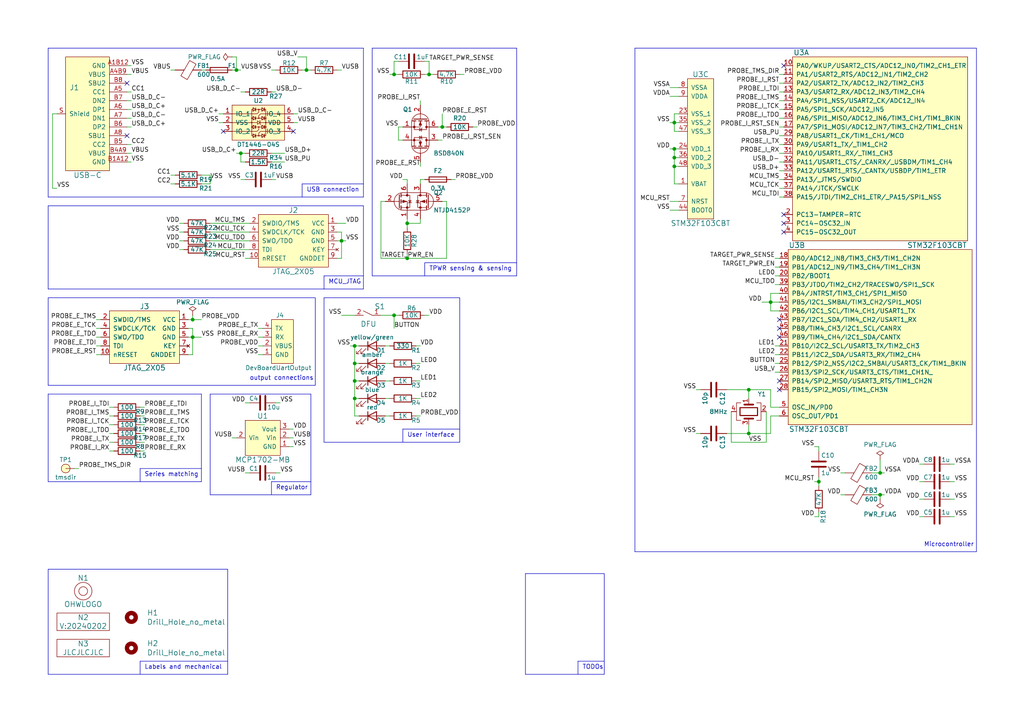
<source format=kicad_sch>
(kicad_sch (version 20230121) (generator eeschema)
  (paper "A4")
  (junction (at 55.88 97.79))
  (junction (at 195.58 43.18))
  (junction (at 128.27 36.83))
  (junction (at 102.87 115.57))
  (junction (at 124.46 21.59))
  (junction (at 118.11 74.93))
  (junction (at 195.58 48.26))
  (junction (at 114.3 91.44))
  (junction (at 68.58 20.32))
  (junction (at 118.11 64.77))
  (junction (at 195.58 45.72))
  (junction (at 102.87 100.33))
  (junction (at 223.52 87.63))
  (junction (at 237.49 139.7))
  (junction (at 102.87 110.49))
  (junction (at 99.06 69.85))
  (junction (at 114.3 21.59))
  (junction (at 88.9 20.32))
  (junction (at 217.17 125.73))
  (junction (at 69.85 44.45))
  (junction (at 255.27 143.51))
  (junction (at 255.27 137.16))
  (junction (at 195.58 35.56))
  (junction (at 55.88 92.71))
  (junction (at 102.87 105.41))
  (junction (at 217.17 113.03))
  (no_connect (at 227.33 67.31))
  (no_connect (at 226.06 113.03))
  (no_connect (at 227.33 19.05))
  (no_connect (at 36.83 39.37))
  (no_connect (at 36.83 24.13))
  (no_connect (at 227.33 64.77))
  (no_connect (at 64.77 38.1))
  (no_connect (at 226.06 97.79))
  (no_connect (at 85.09 38.1))
  (no_connect (at 226.06 92.71))
  (no_connect (at 227.33 62.23))
  (no_connect (at 226.06 95.25))
  (no_connect (at 226.06 110.49))
  (wire (pts (xy 68.58 127) (xy 67.31 127)))
  (wire (pts (xy 223.52 113.03) (xy 223.52 118.11)))
  (wire (pts (xy 40.64 130.81) (xy 41.91 130.81)))
  (polyline (pts (xy 149.86 13.97) (xy 149.86 80.01)))
  (wire (pts (xy 256.54 137.16) (xy 255.27 137.16)))
  (wire (pts (xy 53.34 67.31) (xy 52.07 67.31)))
  (wire (pts (xy 71.12 44.45) (xy 69.85 44.45)))
  (polyline (pts (xy 175.26 195.58) (xy 152.4 195.58)))
  (wire (pts (xy 217.17 113.03) (xy 223.52 113.03)))
  (wire (pts (xy 237.49 129.54) (xy 236.22 129.54)))
  (wire (pts (xy 195.58 33.02) (xy 195.58 35.56)))
  (wire (pts (xy 27.94 100.33) (xy 29.21 100.33)))
  (wire (pts (xy 227.33 52.07) (xy 226.06 52.07)))
  (wire (pts (xy 224.79 82.55) (xy 226.06 82.55)))
  (wire (pts (xy 102.87 100.33) (xy 104.14 100.33)))
  (wire (pts (xy 60.96 69.85) (xy 72.39 69.85)))
  (wire (pts (xy 101.6 100.33) (xy 102.87 100.33)))
  (wire (pts (xy 124.46 21.59) (xy 123.19 21.59)))
  (polyline (pts (xy 123.19 76.2) (xy 123.19 80.01)))
  (wire (pts (xy 129.54 36.83) (xy 128.27 36.83)))
  (wire (pts (xy 124.46 17.78) (xy 124.46 21.59)))
  (wire (pts (xy 226.06 102.87) (xy 224.79 102.87)))
  (wire (pts (xy 255.27 143.51) (xy 252.73 143.51)))
  (wire (pts (xy 110.49 91.44) (xy 114.3 91.44)))
  (polyline (pts (xy 105.41 80.01) (xy 93.98 80.01)))
  (wire (pts (xy 217.17 125.73) (xy 223.52 125.73)))
  (wire (pts (xy 97.79 64.77) (xy 100.33 64.77)))
  (wire (pts (xy 220.98 87.63) (xy 223.52 87.63)))
  (wire (pts (xy 236.22 139.7) (xy 237.49 139.7)))
  (wire (pts (xy 86.36 33.02) (xy 85.09 33.02)))
  (wire (pts (xy 275.59 149.86) (xy 276.86 149.86)))
  (wire (pts (xy 226.06 74.93) (xy 224.79 74.93)))
  (wire (pts (xy 217.17 113.03) (xy 217.17 115.57)))
  (wire (pts (xy 115.57 36.83) (xy 115.57 40.64)))
  (wire (pts (xy 275.59 139.7) (xy 276.86 139.7)))
  (wire (pts (xy 38.1 36.83) (xy 36.83 36.83)))
  (wire (pts (xy 38.1 21.59) (xy 36.83 21.59)))
  (wire (pts (xy 128.27 33.02) (xy 128.27 36.83)))
  (wire (pts (xy 120.65 115.57) (xy 121.92 115.57)))
  (wire (pts (xy 64.77 35.56) (xy 63.5 35.56)))
  (wire (pts (xy 60.96 67.31) (xy 72.39 67.31)))
  (polyline (pts (xy 90.17 143.51) (xy 90.17 114.3)))
  (wire (pts (xy 40.64 118.11) (xy 41.91 118.11)))
  (wire (pts (xy 36.83 19.05) (xy 38.1 19.05)))
  (wire (pts (xy 194.31 58.42) (xy 196.85 58.42)))
  (wire (pts (xy 111.76 105.41) (xy 113.03 105.41)))
  (wire (pts (xy 255.27 144.78) (xy 255.27 143.51)))
  (wire (pts (xy 38.1 46.99) (xy 36.83 46.99)))
  (wire (pts (xy 80.01 137.16) (xy 81.28 137.16)))
  (polyline (pts (xy 105.41 53.34) (xy 87.63 53.34)))
  (polyline (pts (xy 105.41 57.15) (xy 105.41 13.97)))
  (polyline (pts (xy 90.17 114.3) (xy 60.96 114.3)))
  (wire (pts (xy 76.2 102.87) (xy 74.93 102.87)))
  (wire (pts (xy 114.3 91.44) (xy 114.3 95.25)))
  (wire (pts (xy 125.73 21.59) (xy 124.46 21.59)))
  (wire (pts (xy 68.58 20.32) (xy 67.31 20.32)))
  (wire (pts (xy 226.06 77.47) (xy 224.79 77.47)))
  (wire (pts (xy 27.94 95.25) (xy 29.21 95.25)))
  (wire (pts (xy 118.11 52.07) (xy 118.11 53.34)))
  (wire (pts (xy 121.92 29.21) (xy 121.92 30.48)))
  (wire (pts (xy 53.34 64.77) (xy 52.07 64.77)))
  (polyline (pts (xy 60.96 143.51) (xy 90.17 143.51)))
  (wire (pts (xy 97.79 69.85) (xy 99.06 69.85)))
  (wire (pts (xy 69.85 46.99) (xy 71.12 46.99)))
  (wire (pts (xy 120.65 110.49) (xy 121.92 110.49)))
  (wire (pts (xy 53.34 69.85) (xy 52.07 69.85)))
  (wire (pts (xy 55.88 95.25) (xy 55.88 97.79)))
  (wire (pts (xy 80.01 20.32) (xy 78.74 20.32)))
  (polyline (pts (xy 78.74 139.7) (xy 78.74 143.51)))
  (polyline (pts (xy 116.84 124.46) (xy 116.84 128.27)))
  (wire (pts (xy 255.27 137.16) (xy 252.73 137.16)))
  (wire (pts (xy 36.83 26.67) (xy 38.1 26.67)))
  (polyline (pts (xy 40.64 191.77) (xy 40.64 195.58)))
  (wire (pts (xy 194.31 43.18) (xy 195.58 43.18)))
  (wire (pts (xy 128.27 36.83) (xy 127 36.83)))
  (polyline (pts (xy 107.95 13.97) (xy 107.95 80.01)))
  (wire (pts (xy 237.49 140.97) (xy 237.49 139.7)))
  (wire (pts (xy 74.93 95.25) (xy 76.2 95.25)))
  (wire (pts (xy 120.65 105.41) (xy 121.92 105.41)))
  (wire (pts (xy 58.42 53.34) (xy 60.96 53.34)))
  (polyline (pts (xy 66.04 165.1) (xy 66.04 195.58)))
  (wire (pts (xy 227.33 39.37) (xy 226.06 39.37)))
  (polyline (pts (xy 167.64 191.77) (xy 167.64 195.58)))
  (wire (pts (xy 133.35 21.59) (xy 134.62 21.59)))
  (wire (pts (xy 69.85 26.67) (xy 71.12 26.67)))
  (wire (pts (xy 78.74 26.67) (xy 80.01 26.67)))
  (polyline (pts (xy 93.98 128.27) (xy 133.35 128.27)))
  (wire (pts (xy 50.8 50.8) (xy 49.53 50.8)))
  (wire (pts (xy 85.09 127) (xy 83.82 127)))
  (wire (pts (xy 15.24 33.02) (xy 15.24 54.61)))
  (polyline (pts (xy 105.41 59.69) (xy 105.41 83.82)))
  (wire (pts (xy 210.82 125.73) (xy 217.17 125.73)))
  (polyline (pts (xy 149.86 76.2) (xy 123.19 76.2)))
  (wire (pts (xy 55.88 102.87) (xy 54.61 102.87)))
  (wire (pts (xy 217.17 123.19) (xy 217.17 125.73)))
  (wire (pts (xy 78.74 52.07) (xy 80.01 52.07)))
  (wire (pts (xy 40.64 125.73) (xy 41.91 125.73)))
  (wire (pts (xy 237.49 130.81) (xy 237.49 129.54)))
  (polyline (pts (xy 152.4 166.37) (xy 152.4 195.58)))
  (polyline (pts (xy 133.35 128.27) (xy 133.35 86.36)))
  (wire (pts (xy 195.58 45.72) (xy 195.58 48.26)))
  (wire (pts (xy 243.84 143.51) (xy 245.11 143.51)))
  (wire (pts (xy 31.75 128.27) (xy 33.02 128.27)))
  (wire (pts (xy 54.61 97.79) (xy 55.88 97.79)))
  (wire (pts (xy 227.33 24.13) (xy 226.06 24.13)))
  (wire (pts (xy 69.85 52.07) (xy 71.12 52.07)))
  (wire (pts (xy 55.88 97.79) (xy 58.42 97.79)))
  (polyline (pts (xy 13.97 139.7) (xy 13.97 114.3)))
  (polyline (pts (xy 58.42 139.7) (xy 13.97 139.7)))
  (wire (pts (xy 227.33 31.75) (xy 226.06 31.75)))
  (wire (pts (xy 226.06 107.95) (xy 224.79 107.95)))
  (wire (pts (xy 129.54 74.93) (xy 129.54 58.42)))
  (polyline (pts (xy 149.86 13.97) (xy 107.95 13.97)))
  (wire (pts (xy 227.33 36.83) (xy 226.06 36.83)))
  (wire (pts (xy 85.09 35.56) (xy 86.36 35.56)))
  (wire (pts (xy 255.27 137.16) (xy 255.27 133.35)))
  (wire (pts (xy 31.75 123.19) (xy 33.02 123.19)))
  (wire (pts (xy 212.09 119.38) (xy 212.09 128.27)))
  (wire (pts (xy 194.31 35.56) (xy 195.58 35.56)))
  (wire (pts (xy 266.7 144.78) (xy 267.97 144.78)))
  (polyline (pts (xy 133.35 86.36) (xy 93.98 86.36)))
  (wire (pts (xy 99.06 69.85) (xy 100.33 69.85)))
  (wire (pts (xy 118.11 74.93) (xy 129.54 74.93)))
  (polyline (pts (xy 13.97 195.58) (xy 13.97 165.1)))
  (wire (pts (xy 223.52 85.09) (xy 223.52 87.63)))
  (wire (pts (xy 50.8 53.34) (xy 49.53 53.34)))
  (polyline (pts (xy 13.97 57.15) (xy 105.41 57.15)))
  (wire (pts (xy 33.02 125.73) (xy 31.75 125.73)))
  (wire (pts (xy 99.06 20.32) (xy 97.79 20.32)))
  (wire (pts (xy 237.49 149.86) (xy 237.49 148.59)))
  (wire (pts (xy 104.14 115.57) (xy 102.87 115.57)))
  (wire (pts (xy 113.03 120.65) (xy 111.76 120.65)))
  (wire (pts (xy 111.76 115.57) (xy 113.03 115.57)))
  (wire (pts (xy 223.52 87.63) (xy 223.52 90.17)))
  (wire (pts (xy 223.52 118.11) (xy 226.06 118.11)))
  (wire (pts (xy 115.57 40.64) (xy 116.84 40.64)))
  (wire (pts (xy 110.49 74.93) (xy 118.11 74.93)))
  (wire (pts (xy 60.96 72.39) (xy 72.39 72.39)))
  (polyline (pts (xy 58.42 114.3) (xy 58.42 139.7)))
  (polyline (pts (xy 90.17 139.7) (xy 78.74 139.7)))
  (polyline (pts (xy 13.97 165.1) (xy 66.04 165.1)))
  (polyline (pts (xy 152.4 166.37) (xy 175.26 166.37)))
  (wire (pts (xy 27.94 92.71) (xy 29.21 92.71)))
  (wire (pts (xy 102.87 110.49) (xy 102.87 105.41)))
  (wire (pts (xy 55.88 91.44) (xy 55.88 92.71)))
  (wire (pts (xy 54.61 92.71) (xy 55.88 92.71)))
  (wire (pts (xy 118.11 73.66) (xy 118.11 74.93)))
  (wire (pts (xy 76.2 97.79) (xy 74.93 97.79)))
  (wire (pts (xy 195.58 38.1) (xy 196.85 38.1)))
  (wire (pts (xy 102.87 120.65) (xy 102.87 115.57)))
  (wire (pts (xy 227.33 44.45) (xy 226.06 44.45)))
  (wire (pts (xy 227.33 29.21) (xy 226.06 29.21)))
  (wire (pts (xy 72.39 137.16) (xy 71.12 137.16)))
  (wire (pts (xy 128.27 58.42) (xy 129.54 58.42)))
  (wire (pts (xy 256.54 143.51) (xy 255.27 143.51)))
  (wire (pts (xy 118.11 64.77) (xy 121.92 64.77)))
  (polyline (pts (xy 87.63 53.34) (xy 87.63 57.15)))
  (wire (pts (xy 195.58 48.26) (xy 195.58 53.34)))
  (wire (pts (xy 21.59 135.89) (xy 22.86 135.89)))
  (wire (pts (xy 223.52 120.65) (xy 223.52 125.73)))
  (wire (pts (xy 227.33 49.53) (xy 226.06 49.53)))
  (wire (pts (xy 55.88 97.79) (xy 55.88 102.87)))
  (wire (pts (xy 226.06 120.65) (xy 223.52 120.65)))
  (polyline (pts (xy 40.64 135.89) (xy 40.64 139.7)))
  (polyline (pts (xy 184.15 13.97) (xy 184.15 160.02)))
  (wire (pts (xy 195.58 45.72) (xy 196.85 45.72)))
  (polyline (pts (xy 283.21 13.97) (xy 184.15 13.97)))
  (wire (pts (xy 38.1 41.91) (xy 36.83 41.91)))
  (wire (pts (xy 31.75 120.65) (xy 33.02 120.65)))
  (wire (pts (xy 27.94 102.87) (xy 29.21 102.87)))
  (wire (pts (xy 210.82 113.03) (xy 217.17 113.03)))
  (wire (pts (xy 196.85 33.02) (xy 195.58 33.02)))
  (wire (pts (xy 275.59 144.78) (xy 276.86 144.78)))
  (wire (pts (xy 104.14 105.41) (xy 102.87 105.41)))
  (wire (pts (xy 118.11 64.77) (xy 118.11 66.04)))
  (wire (pts (xy 111.76 100.33) (xy 113.03 100.33)))
  (wire (pts (xy 266.7 149.86) (xy 267.97 149.86)))
  (wire (pts (xy 74.93 100.33) (xy 76.2 100.33)))
  (wire (pts (xy 104.14 120.65) (xy 102.87 120.65)))
  (wire (pts (xy 227.33 46.99) (xy 226.06 46.99)))
  (polyline (pts (xy 13.97 13.97) (xy 13.97 57.15)))
  (wire (pts (xy 236.22 149.86) (xy 237.49 149.86)))
  (wire (pts (xy 53.34 72.39) (xy 52.07 72.39)))
  (wire (pts (xy 222.25 119.38) (xy 222.25 128.27)))
  (polyline (pts (xy 13.97 59.69) (xy 13.97 83.82)))
  (wire (pts (xy 99.06 69.85) (xy 99.06 74.93)))
  (wire (pts (xy 118.11 63.5) (xy 118.11 64.77)))
  (wire (pts (xy 121.92 52.07) (xy 123.19 52.07)))
  (wire (pts (xy 97.79 67.31) (xy 99.06 67.31)))
  (wire (pts (xy 114.3 17.78) (xy 114.3 21.59)))
  (wire (pts (xy 121.92 53.34) (xy 121.92 52.07)))
  (polyline (pts (xy 283.21 160.02) (xy 283.21 13.97)))
  (wire (pts (xy 203.2 113.03) (xy 201.93 113.03)))
  (polyline (pts (xy 91.44 111.76) (xy 91.44 86.36)))
  (wire (pts (xy 195.58 35.56) (xy 195.58 38.1)))
  (wire (pts (xy 196.85 25.4) (xy 194.31 25.4)))
  (wire (pts (xy 245.11 137.16) (xy 243.84 137.16)))
  (polyline (pts (xy 13.97 86.36) (xy 13.97 111.76)))
  (wire (pts (xy 55.88 92.71) (xy 58.42 92.71)))
  (polyline (pts (xy 105.41 59.69) (xy 13.97 59.69)))
  (wire (pts (xy 102.87 115.57) (xy 102.87 110.49)))
  (wire (pts (xy 194.31 60.96) (xy 196.85 60.96)))
  (wire (pts (xy 266.7 139.7) (xy 267.97 139.7)))
  (wire (pts (xy 36.83 44.45) (xy 38.1 44.45)))
  (wire (pts (xy 110.49 74.93) (xy 110.49 58.42)))
  (polyline (pts (xy 133.35 124.46) (xy 116.84 124.46)))
  (wire (pts (xy 226.06 80.01) (xy 224.79 80.01)))
  (wire (pts (xy 120.65 100.33) (xy 121.92 100.33)))
  (wire (pts (xy 223.52 85.09) (xy 226.06 85.09)))
  (wire (pts (xy 40.64 128.27) (xy 41.91 128.27)))
  (wire (pts (xy 223.52 87.63) (xy 226.06 87.63)))
  (wire (pts (xy 226.06 105.41) (xy 224.79 105.41)))
  (wire (pts (xy 123.19 91.44) (xy 124.46 91.44)))
  (wire (pts (xy 203.2 125.73) (xy 201.93 125.73)))
  (polyline (pts (xy 93.98 86.36) (xy 93.98 128.27)))
  (wire (pts (xy 196.85 27.94) (xy 194.31 27.94)))
  (wire (pts (xy 85.09 129.54) (xy 83.82 129.54)))
  (wire (pts (xy 121.92 120.65) (xy 120.65 120.65)))
  (wire (pts (xy 227.33 26.67) (xy 226.06 26.67)))
  (wire (pts (xy 68.58 44.45) (xy 69.85 44.45)))
  (wire (pts (xy 63.5 33.02) (xy 64.77 33.02)))
  (wire (pts (xy 31.75 118.11) (xy 33.02 118.11)))
  (wire (pts (xy 68.58 16.51) (xy 68.58 20.32)))
  (wire (pts (xy 121.92 64.77) (xy 121.92 63.5)))
  (wire (pts (xy 31.75 130.81) (xy 33.02 130.81)))
  (wire (pts (xy 99.06 74.93) (xy 97.79 74.93)))
  (wire (pts (xy 88.9 20.32) (xy 87.63 20.32)))
  (wire (pts (xy 82.55 46.99) (xy 78.74 46.99)))
  (wire (pts (xy 195.58 48.26) (xy 196.85 48.26)))
  (wire (pts (xy 195.58 53.34) (xy 196.85 53.34)))
  (wire (pts (xy 212.09 128.27) (xy 222.25 128.27)))
  (polyline (pts (xy 58.42 135.89) (xy 40.64 135.89)))
  (wire (pts (xy 137.16 36.83) (xy 138.43 36.83)))
  (polyline (pts (xy 13.97 111.76) (xy 91.44 111.76)))
  (wire (pts (xy 88.9 20.32) (xy 88.9 16.51)))
  (wire (pts (xy 116.84 36.83) (xy 115.57 36.83)))
  (wire (pts (xy 90.17 20.32) (xy 88.9 20.32)))
  (wire (pts (xy 227.33 34.29) (xy 226.06 34.29)))
  (wire (pts (xy 195.58 43.18) (xy 196.85 43.18)))
  (wire (pts (xy 27.94 97.79) (xy 29.21 97.79)))
  (wire (pts (xy 223.52 90.17) (xy 226.06 90.17)))
  (wire (pts (xy 40.64 123.19) (xy 41.91 123.19)))
  (wire (pts (xy 227.33 41.91) (xy 226.06 41.91)))
  (wire (pts (xy 114.3 21.59) (xy 113.03 21.59)))
  (wire (pts (xy 227.33 54.61) (xy 226.06 54.61)))
  (wire (pts (xy 36.83 34.29) (xy 38.1 34.29)))
  (wire (pts (xy 195.58 35.56) (xy 196.85 35.56)))
  (polyline (pts (xy 13.97 195.58) (xy 66.04 195.58)))
  (wire (pts (xy 88.9 16.51) (xy 86.36 16.51)))
  (wire (pts (xy 115.57 91.44) (xy 114.3 91.44)))
  (wire (pts (xy 60.96 50.8) (xy 60.96 53.34)))
  (wire (pts (xy 102.87 105.41) (xy 102.87 100.33)))
  (wire (pts (xy 78.74 44.45) (xy 82.55 44.45)))
  (wire (pts (xy 121.92 46.99) (xy 121.92 48.26)))
  (polyline (pts (xy 13.97 114.3) (xy 58.42 114.3)))
  (wire (pts (xy 237.49 139.7) (xy 237.49 138.43)))
  (polyline (pts (xy 107.95 80.01) (xy 149.86 80.01)))
  (wire (pts (xy 227.33 21.59) (xy 226.06 21.59)))
  (wire (pts (xy 276.86 134.62) (xy 275.59 134.62)))
  (wire (pts (xy 99.06 67.31) (xy 99.06 69.85)))
  (wire (pts (xy 195.58 43.18) (xy 195.58 45.72)))
  (polyline (pts (xy 175.26 166.37) (xy 175.26 195.58)))
  (polyline (pts (xy 105.41 13.97) (xy 13.97 13.97)))
  (wire (pts (xy 38.1 31.75) (xy 36.83 31.75)))
  (wire (pts (xy 267.97 134.62) (xy 266.7 134.62)))
  (wire (pts (xy 116.84 52.07) (xy 118.11 52.07)))
  (wire (pts (xy 81.28 116.84) (xy 80.01 116.84)))
  (wire (pts (xy 128.27 40.64) (xy 127 40.64)))
  (wire (pts (xy 113.03 110.49) (xy 111.76 110.49)))
  (wire (pts (xy 60.96 64.77) (xy 72.39 64.77)))
  (wire (pts (xy 115.57 21.59) (xy 114.3 21.59)))
  (wire (pts (xy 16.51 33.02) (xy 15.24 33.02)))
  (wire (pts (xy 72.39 74.93) (xy 71.12 74.93)))
  (polyline (pts (xy 175.26 191.77) (xy 167.64 191.77)))
  (wire (pts (xy 102.87 110.49) (xy 104.14 110.49)))
  (wire (pts (xy 68.58 20.32) (xy 69.85 20.32)))
  (wire (pts (xy 99.06 91.44) (xy 102.87 91.44)))
  (polyline (pts (xy 13.97 83.82) (xy 105.41 83.82)))
  (wire (pts (xy 67.31 16.51) (xy 68.58 16.51)))
  (wire (pts (xy 60.96 50.8) (xy 58.42 50.8)))
  (wire (pts (xy 114.3 17.78) (xy 115.57 17.78)))
  (wire (pts (xy 36.83 29.21) (xy 38.1 29.21)))
  (wire (pts (xy 69.85 44.45) (xy 69.85 46.99)))
  (wire (pts (xy 40.64 120.65) (xy 41.91 120.65)))
  (polyline (pts (xy 60.96 114.3) (xy 60.96 143.51)))
  (wire (pts (xy 85.09 124.46) (xy 83.82 124.46)))
  (polyline (pts (xy 66.04 191.77) (xy 40.64 191.77)))
  (wire (pts (xy 227.33 57.15) (xy 226.06 57.15)))
  (polyline (pts (xy 93.98 80.01) (xy 93.98 83.82)))
  (wire (pts (xy 72.39 116.84) (xy 71.12 116.84)))
  (wire (pts (xy 123.19 17.78) (xy 124.46 17.78)))
  (polyline (pts (xy 91.44 86.36) (xy 13.97 86.36)))
  (wire (pts (xy 226.06 100.33) (xy 224.79 100.33)))
  (wire (pts (xy 110.49 58.42) (xy 111.76 58.42)))
  (wire (pts (xy 54.61 95.25) (xy 55.88 95.25)))
  (wire (pts (xy 15.24 54.61) (xy 16.51 54.61)))
  (polyline (pts (xy 184.15 160.02) (xy 283.21 160.02)))
  (wire (pts (xy 132.08 52.07) (xy 130.81 52.07)))
  (wire (pts (xy 49.53 20.32) (xy 50.8 20.32)))
  (wire (pts (xy 59.69 20.32) (xy 58.42 20.32)))
  (text "Regulator" (at 80.01 142.24 0) (effects (font (size 1.27 1.27)) (justify left bottom)))
  (text "USB connection" (at 88.9 55.88 0) (effects (font (size 1.27 1.27)) (justify left bottom)))
  (text "Labels and mechanical" (at 41.91 194.31 0) (effects (font (size 1.27 1.27)) (justify left bottom)))
  (text "TPWR sensing & sensing" (at 124.46 78.74 0) (effects (font (size 1.27 1.27)) (justify left bottom)))
  (text "output connections" (at 72.39 110.49 0) (effects (font (size 1.27 1.27)) (justify left bottom)))
  (text "Series matching" (at 41.91 138.43 0) (effects (font (size 1.27 1.27)) (justify left bottom)))
  (text "Microcontroller" (at 267.97 158.75 0) (effects (font (size 1.27 1.27)) (justify left bottom)))
  (text "TODOs" (at 168.91 194.31 0) (effects (font (size 1.27 1.27)) (justify left bottom)))
  (text "User interface" (at 118.11 127 0) (effects (font (size 1.27 1.27)) (justify left bottom)))
  (text "MCU_JTAG" (at 95.25 82.55 0) (effects (font (size 1.27 1.27)) (justify left bottom)))
  (label "PROBE_I_RST" (at 121.92 29.21 180))
  (label "VSS" (at 16.51 54.61 0))
  (label "MCU_TCK" (at 71.12 67.31 180))
  (label "PROBE_I_TDO" (at 31.75 125.73 180))
  (label "MCU_TDI" (at 71.12 72.39 180))
  (label "USB_PU" (at 226.06 39.37 180))
  (label "VDD" (at 236.22 149.86 180))
  (label "PROBE_E_RST" (at 27.94 102.87 180))
  (label "VSS" (at 38.1 19.05 0))
  (label "VDD" (at 220.98 87.63 180))
  (label "VSS" (at 38.1 46.99 0))
  (label "MCU_RST" (at 194.31 58.42 180))
  (label "VDD" (at 266.7 139.7 180))
  (label "PROBE_E_RX" (at 74.93 97.79 180))
  (label "VDD" (at 52.07 72.39 180))
  (label "VDDA" (at 256.54 143.51 0))
  (label "USB_V" (at 224.79 107.95 180))
  (label "VSS" (at 276.86 139.7 0))
  (label "TARGET_PWR_EN" (at 110.49 74.93 0))
  (label "MCU_TDI" (at 226.06 57.15 180))
  (label "PROBE_E_RX" (at 41.91 130.81 0))
  (label "VSS" (at 115.57 36.83 180))
  (label "USB_D_C+" (at 38.1 36.83 0))
  (label "CC2" (at 38.1 41.91 0))
  (label "VUSB" (at 86.36 35.56 0))
  (label "BUTTON" (at 224.79 105.41 180))
  (label "VDD" (at 243.84 143.51 180))
  (label "VSS" (at 101.6 100.33 180))
  (label "VSSA" (at 276.86 134.62 0))
  (label "MCU_TDO" (at 71.12 69.85 180))
  (label "PROBE_TMS_DIR" (at 22.86 135.89 0))
  (label "PROBE_E_TDI" (at 41.91 118.11 0))
  (label "USB_D_C-" (at 86.36 33.02 0))
  (label "VSS" (at 217.17 128.27 0))
  (label "VDD" (at 52.07 69.85 180))
  (label "VUSB" (at 67.31 127 180))
  (label "USB_PU" (at 82.55 46.99 0))
  (label "VSS" (at 74.93 102.87 180))
  (label "PROBE_E_TCK" (at 27.94 95.25 180))
  (label "VSS" (at 58.42 97.79 0))
  (label "VUSB" (at 85.09 127 0))
  (label "BUTTON" (at 114.3 95.25 0))
  (label "PROBE_E_TDO" (at 27.94 97.79 180))
  (label "VSS" (at 236.22 129.54 180))
  (label "CC2" (at 49.53 53.34 180))
  (label "PROBE_I_RST_SEN" (at 128.27 40.64 0))
  (label "MCU_RST" (at 71.12 74.93 180))
  (label "MCU_TDO" (at 224.79 82.55 180))
  (label "VSSA" (at 194.31 25.4 180))
  (label "LED2" (at 224.79 102.87 180))
  (label "PROBE_I_TX" (at 31.75 128.27 180))
  (label "USB_D-" (at 226.06 46.99 180))
  (label "PROBE_VDD" (at 134.62 21.59 0))
  (label "VBUS" (at 38.1 44.45 0))
  (label "LED0" (at 121.92 105.41 0))
  (label "PROBE_E_TX" (at 74.93 95.25 180))
  (label "USB_D_C-" (at 69.85 26.67 180))
  (label "PROBE_E_RST" (at 128.27 33.02 0))
  (label "PROBE_E_TMS" (at 41.91 120.65 0))
  (label "USB_D_C-" (at 38.1 29.21 0))
  (label "VSS" (at 52.07 67.31 180))
  (label "PROBE_E_RST" (at 121.92 48.26 180))
  (label "VBUS" (at 38.1 21.59 0))
  (label "PROBE_VDD" (at 74.93 100.33 180))
  (label "PROBE_E_TX" (at 41.91 128.27 0))
  (label "USB_D_C-" (at 38.1 34.29 0))
  (label "VDD" (at 71.12 116.84 180))
  (label "MCU_TCK" (at 226.06 54.61 180))
  (label "VSS" (at 201.93 125.73 180))
  (label "VUSB" (at 80.01 52.07 0))
  (label "VSS" (at 113.03 21.59 180))
  (label "PROBE_I_TX" (at 226.06 41.91 180))
  (label "LED2" (at 121.92 115.57 0))
  (label "USB_D_C+" (at 68.58 44.45 180))
  (label "VSS" (at 194.31 60.96 180))
  (label "PROBE_VDD" (at 132.08 52.07 0))
  (label "PROBE_I_TMS" (at 226.06 29.21 180))
  (label "VSS" (at 69.85 52.07 180))
  (label "VDD" (at 85.09 124.46 0))
  (label "PROBE_I_RX" (at 31.75 130.81 180))
  (label "VUSB" (at 99.06 20.32 0))
  (label "VUSB" (at 71.12 137.16 180))
  (label "USB_D_C+" (at 63.5 33.02 180))
  (label "VSS" (at 201.93 113.03 180))
  (label "PROBE_I_TMS" (at 31.75 120.65 180))
  (label "PROBE_TMS_DIR" (at 226.06 21.59 180))
  (label "VSS" (at 63.5 35.56 180))
  (label "LED1" (at 121.92 110.49 0))
  (label "VDD" (at 266.7 149.86 180))
  (label "VSS" (at 85.09 129.54 0))
  (label "VSS" (at 60.96 52.07 0))
  (label "VUSB" (at 69.85 20.32 0))
  (label "PROBE_I_RST" (at 226.06 24.13 180))
  (label "VSSA" (at 256.54 137.16 0))
  (label "PROBE_I_RST_SEN" (at 226.06 36.83 180))
  (label "VSS" (at 81.28 137.16 0))
  (label "VDD" (at 121.92 100.33 0))
  (label "PROBE_I_TCK" (at 31.75 123.19 180))
  (label "VSS" (at 81.28 116.84 0))
  (label "PROBE_I_TDI" (at 226.06 26.67 180))
  (label "PROBE_I_TDO" (at 226.06 34.29 180))
  (label "VDD" (at 194.31 43.18 180))
  (label "PROBE_I_TDI" (at 31.75 118.11 180))
  (label "VDD" (at 52.07 64.77 180))
  (label "USB_V" (at 86.36 16.51 180))
  (label "VSS" (at 243.84 137.16 180))
  (label "PROBE_I_TCK" (at 226.06 31.75 180))
  (label "VSS" (at 99.06 91.44 180))
  (label "PROBE_E_TCK" (at 41.91 123.19 0))
  (label "VSS" (at 100.33 69.85 0))
  (label "MCU_TMS" (at 226.06 52.07 180))
  (label "VDD" (at 100.33 64.77 0))
  (label "VDDA" (at 266.7 134.62 180))
  (label "TARGET_PWR_SENSE" (at 224.79 74.93 180))
  (label "USB_D+" (at 82.55 44.45 0))
  (label "VBUS" (at 49.53 20.32 180))
  (label "VSS" (at 78.74 20.32 180))
  (label "PROBE_I_RX" (at 226.06 44.45 180))
  (label "PROBE_E_TDI" (at 27.94 100.33 180))
  (label "VDD" (at 116.84 52.07 180))
  (label "PROBE_E_TDO" (at 41.91 125.73 0))
  (label "LED0" (at 224.79 80.01 180))
  (label "CC1" (at 38.1 26.67 0))
  (label "VSS" (at 276.86 149.86 0))
  (label "CC1" (at 49.53 50.8 180))
  (label "MCU_RST" (at 236.22 139.7 180))
  (label "TARGET_PWR_SENSE" (at 124.46 17.78 0))
  (label "VSS" (at 194.31 35.56 180))
  (label "TARGET_PWR_EN" (at 224.79 77.47 180))
  (label "PROBE_E_TMS" (at 27.94 92.71 180))
  (label "VDD" (at 124.46 91.44 0))
  (label "MCU_TMS" (at 71.12 64.77 180))
  (label "USB_D-" (at 80.01 26.67 0))
  (label "USB_D+" (at 226.06 49.53 180))
  (label "PROBE_VDD" (at 58.42 92.71 0))
  (label "VDDA" (at 194.31 27.94 180))
  (label "PROBE_VDD" (at 121.92 120.65 0))
  (label "VDD" (at 266.7 144.78 180))
  (label "VSS" (at 276.86 144.78 0))
  (label "LED1" (at 224.79 100.33 180))
  (label "PROBE_VDD" (at 138.43 36.83 0))
  (label "USB_D_C+" (at 38.1 31.75 0))
  (symbol (lib_id "SquantorUsb:USB-C_PD_USB") (at 25.4 33.02 0) (unit 1)
    (property "Reference" "J1" (at 21.59 25.4 0) (effects (font (size 1.524 1.524))))
    (property "Value" "USB-C" (at 25.4 50.8 0) (effects (font (size 1.524 1.524))))
    (property "Footprint" "SquantorUsb:USB-C-HRO-31-M-12" (effects hide))
  )
  (symbol (lib_id "Device:C") (at 76.2 137.16 90) (unit 1)
    (property "Reference" "C1" (at 74.93 135.89 90) (effects (justify left)))
    (property "Value" "1u" (at 80.01 138.43 90) (effects (justify left)))
    (property "Footprint" "SquantorCapacitor:C_0603" (effects hide))
  )
  (symbol (lib_id "SquantorMicrochip:MCP1702-MB") (at 76.2 127 180) (unit 1)
    (property "Reference" "U1" (at 76.2 120.65 0) (effects (font (size 1.524 1.524))))
    (property "Value" "MCP1702-MB" (at 76.2 133.35 0) (effects (font (size 1.524 1.524))))
    (property "Footprint" "SquantorIC:SOT89-NXP" (effects hide))
  )
  (symbol (lib_id "Device:C") (at 76.2 116.84 90) (unit 1)
    (property "Reference" "C4" (at 74.93 115.57 90) (effects (justify left)))
    (property "Value" "10u" (at 81.28 118.11 90) (effects (justify left)))
    (property "Footprint" "SquantorCapacitor:C_0603" (effects hide))
  )
  (symbol (lib_id "SquantorST:STM32F103CBT") (at 252.73 43.18 0) (unit 1)
    (property "Reference" "U3" (at 232.41 15.24 0) (effects (font (size 1.524 1.524))))
    (property "Value" "STM32F103CBT" (at 271.78 71.12 0) (effects (font (size 1.524 1.524))))
    (property "Footprint" "SquantorIC:LQFP48-STM" (effects hide))
  )
  (symbol (lib_id "SquantorST:STM32F103CBT") (at 254 97.79 0) (unit 2)
    (property "Reference" "U3" (at 231.14 71.12 0) (effects (font (size 1.524 1.524))))
    (property "Value" "STM32F103CBT" (at 237.49 124.46 0) (effects (font (size 1.524 1.524))))
    (property "Footprint" "SquantorIC:LQFP48-STM" (effects hide))
  )
  (symbol (lib_id "SquantorST:STM32F103CBT") (at 203.2 43.18 0) (unit 3)
    (property "Reference" "U3" (at 203.2 21.59 0) (effects (font (size 1.524 1.524))))
    (property "Value" "STM32F103CBT" (at 203.2 64.77 0) (effects (font (size 1.524 1.524))))
    (property "Footprint" "SquantorIC:LQFP48-STM" (effects hide))
  )
  (symbol (lib_id "Device:C") (at 271.78 149.86 90) (unit 1)
    (property "Reference" "C5" (at 270.51 148.59 90) (effects (justify left)))
    (property "Value" "1u" (at 275.59 148.59 90) (effects (justify left)))
    (property "Footprint" "SquantorCapacitor:C_0402" (effects hide))
  )
  (symbol (lib_id "Device:C") (at 271.78 144.78 90) (unit 1)
    (property "Reference" "C6" (at 270.51 143.51 90) (effects (justify left)))
    (property "Value" "1u" (at 275.59 143.51 90) (effects (justify left)))
    (property "Footprint" "SquantorCapacitor:C_0402" (effects hide))
  )
  (symbol (lib_id "Device:C") (at 271.78 139.7 90) (unit 1)
    (property "Reference" "C7" (at 270.51 138.43 90) (effects (justify left)))
    (property "Value" "1u" (at 275.59 138.43 90) (effects (justify left)))
    (property "Footprint" "SquantorCapacitor:C_0402" (effects hide))
  )
  (symbol (lib_id "Device:C") (at 271.78 134.62 90) (unit 1)
    (property "Reference" "C8" (at 270.51 133.35 90) (effects (justify left)))
    (property "Value" "1u" (at 275.59 133.35 90) (effects (justify left)))
    (property "Footprint" "SquantorCapacitor:C_0402" (effects hide))
  )
  (symbol (lib_id "Device:R") (at 93.98 20.32 270) (mirror x) (unit 1)
    (property "Reference" "R7" (at 93.98 18.288 90))
    (property "Value" "4.7K" (at 93.98 20.32 90))
    (property "Footprint" "SquantorResistor:R_0402_hand" (effects hide))
  )
  (symbol (lib_id "Device:R") (at 83.82 20.32 270) (mirror x) (unit 1)
    (property "Reference" "R12" (at 83.82 18.288 90))
    (property "Value" "10K" (at 83.82 20.32 90))
    (property "Footprint" "SquantorResistor:R_0402_hand" (effects hide))
  )
  (symbol (lib_id "Device:R") (at 74.93 46.99 270) (unit 1)
    (property "Reference" "R16" (at 80.01 48.26 90))
    (property "Value" "1.5K" (at 74.93 46.99 90))
    (property "Footprint" "SquantorResistor:R_0402_hand" (effects hide))
  )
  (symbol (lib_id "Device:C") (at 207.01 113.03 270) (unit 1)
    (property "Reference" "C12" (at 209.55 113.665 0) (effects (justify left)))
    (property "Value" "10p" (at 204.47 113.665 0) (effects (justify left)))
    (property "Footprint" "SquantorCapacitor:C_0402" (effects hide))
  )
  (symbol (lib_id "Device:C") (at 207.01 125.73 270) (unit 1)
    (property "Reference" "C13" (at 209.55 126.365 0) (effects (justify left)))
    (property "Value" "10p" (at 204.47 126.365 0) (effects (justify left)))
    (property "Footprint" "SquantorCapacitor:C_0402" (effects hide))
  )
  (symbol (lib_id "Device:R") (at 119.38 91.44 270) (mirror x) (unit 1)
    (property "Reference" "R6" (at 119.38 89.408 90))
    (property "Value" "10K" (at 119.38 91.44 90))
    (property "Footprint" "SquantorResistor:R_0402_hand" (effects hide))
  )
  (symbol (lib_id "Device:C") (at 119.38 17.78 90) (unit 1)
    (property "Reference" "C11" (at 118.11 16.51 90) (effects (justify left)))
    (property "Value" "1uF" (at 124.46 16.51 90) (effects (justify left)))
    (property "Footprint" "SquantorCapacitor:C_0402" (effects hide))
  )
  (symbol (lib_id "Device:R") (at 119.38 21.59 270) (unit 1)
    (property "Reference" "R11" (at 119.38 23.622 90))
    (property "Value" "10K" (at 119.38 21.59 90))
    (property "Footprint" "SquantorResistor:R_0402_hand" (effects hide))
  )
  (symbol (lib_id "Device:R") (at 129.54 21.59 270) (unit 1)
    (property "Reference" "R10" (at 129.54 23.622 90))
    (property "Value" "4.7K" (at 129.54 21.59 90))
    (property "Footprint" "SquantorResistor:R_0402_hand" (effects hide))
  )
  (symbol (lib_id "SquantorConnectorsNamed:JTAG_2X05_IN") (at 85.09 69.85 0) (unit 1)
    (property "Reference" "J2" (at 85.09 60.96 0) (effects (font (size 1.524 1.524))))
    (property "Value" "JTAG_2X05" (at 85.09 78.74 0) (effects (font (size 1.524 1.524))))
    (property "Footprint" "SquantorConnectors:Header-0127-2X05-H006" (effects hide))
  )
  (symbol (lib_id "Device:R") (at 237.49 144.78 180) (unit 1)
    (property "Reference" "R18" (at 238.76 149.86 90))
    (property "Value" "47K" (at 237.49 144.78 90))
    (property "Footprint" "SquantorResistor:R_0402_hand" (effects hide))
  )
  (symbol (lib_id "SquantorConnectorsNamed:JTAG_2X05_OUT") (at 41.91 97.79 0) (unit 1)
    (property "Reference" "J3" (at 41.91 88.9 0) (effects (font (size 1.524 1.524))))
    (property "Value" "JTAG_2X05" (at 41.91 106.68 0) (effects (font (size 1.524 1.524))))
    (property "Footprint" "SquantorConnectors:Header-0127-2X05-H006" (effects hide))
  )
  (symbol (lib_id "SquantorDevice:Q_NMOS_DUAL") (at 121.92 38.1 270) (unit 1)
    (property "Reference" "Q1" (at 116.84 31.75 90) (effects (justify left)))
    (property "Value" "BSD840N" (at 125.73 44.45 90) (effects (justify left)))
    (property "Footprint" "SquantorIC:SOT363-ONsemi" (effects hide))
  )
  (symbol (lib_id "Device:R") (at 133.35 36.83 270) (unit 1)
    (property "Reference" "R20" (at 133.35 34.29 90))
    (property "Value" "10K" (at 133.35 36.83 90))
    (property "Footprint" "SquantorResistor:R_0402_hand" (effects hide))
  )
  (symbol (lib_id "Device:R") (at 118.11 69.85 0) (unit 1)
    (property "Reference" "R28" (at 120.142 69.85 90))
    (property "Value" "10K" (at 118.11 69.85 90))
    (property "Footprint" "SquantorResistor:R_0402_hand" (effects hide))
  )
  (symbol (lib_id "power:PWR_FLAG") (at 55.88 91.44 0) (unit 1)
    (property "Reference" "#FLG086" (effects hide))
    (property "Value" "PWR_FLAG" (at 55.88 87.63 0))
  )
  (symbol (lib_id "SquantorDevice:Q_PMOS_DUAL") (at 119.38 58.42 0) (unit 1)
    (property "Reference" "Q2" (at 125.73 55.88 0) (effects (justify left)))
    (property "Value" "NTJD4152P" (at 125.73 60.96 0) (effects (justify left)))
    (property "Footprint" "SquantorIC:SOT363-ONsemi" (effects hide))
  )
  (symbol (lib_id "Device:R") (at 74.93 26.67 270) (unit 1)
    (property "Reference" "R27" (at 80.01 27.94 90))
    (property "Value" "22R" (at 74.93 26.67 90))
    (property "Footprint" "SquantorResistor:R_0402_hand" (effects hide))
  )
  (symbol (lib_id "Device:R") (at 74.93 44.45 270) (unit 1)
    (property "Reference" "R34" (at 80.01 45.72 90))
    (property "Value" "22R" (at 74.93 44.45 90))
    (property "Footprint" "SquantorResistor:R_0402_hand" (effects hide))
  )
  (symbol (lib_id "Device:C") (at 237.49 134.62 0) (unit 1)
    (property "Reference" "C10" (at 238.125 132.08 0) (effects (justify left)))
    (property "Value" "1u" (at 238.125 137.16 0) (effects (justify left)))
    (property "Footprint" "SquantorCapacitor:C_0402" (effects hide))
  )
  (symbol (lib_id "Mechanical:MountingHole") (at 38.1 187.96 0) (unit 1)
    (property "Reference" "H2" (at 42.6212 186.6138 0) (effects (font (size 1.524 1.524)) (justify left)))
    (property "Value" "Drill_Hole_no_metal" (at 42.6212 189.3062 0) (effects (font (size 1.524 1.524)) (justify left)))
    (property "Footprint" "SquantorPcbOutline:MountingHole_2.5mm_no_metal" (effects hide))
  )
  (symbol (lib_id "Mechanical:MountingHole") (at 38.1 179.07 0) (unit 1)
    (property "Reference" "H1" (at 42.6212 177.7238 0) (effects (font (size 1.524 1.524)) (justify left)))
    (property "Value" "Drill_Hole_no_metal" (at 42.6212 180.4162 0) (effects (font (size 1.524 1.524)) (justify left)))
    (property "Footprint" "SquantorPcbOutline:MountingHole_2.5mm_no_metal" (effects hide))
  )
  (symbol (lib_id "Device:Crystal_GND24") (at 217.17 119.38 270) (unit 1)
    (property "Reference" "Y1" (at 219.71 114.3 90) (effects (justify left)))
    (property "Value" "8MHz" (at 205.74 119.38 90) (effects (justify left)))
    (property "Footprint" "SquantorCrystal:Crystal_3225_4" (effects hide))
  )
  (symbol (lib_id "SquantorConnectorsNamed:DevBoardUartOutput") (at 81.28 99.06 180) (unit 1)
    (property "Reference" "J4" (at 80.01 91.44 0) (effects (justify right)))
    (property "Value" "DevBoardUartOutput" (at 71.12 106.68 0) (effects (justify right)))
    (property "Footprint" "SquantorConnectors:JST_PH_S4B-PH-K_1x04_P2.00mm_Horizontal" (effects hide))
  )
  (symbol (lib_id "Device:Fuse") (at 127 52.07 270) (unit 1)
    (property "Reference" "F2" (at 127 49.53 90))
    (property "Value" "0.3A" (at 127 54.61 90))
    (property "Footprint" "SquantorFuse:F_0603_hand" (effects hide))
  )
  (symbol (lib_id "Device:Fuse") (at 63.5 20.32 270) (unit 1)
    (property "Reference" "F1" (at 66.04 19.05 90) (effects (justify left)))
    (property "Value" "0.5A" (at 60.96 22.86 90) (effects (justify left)))
    (property "Footprint" "SquantorFuse:F_0603_hand" (effects hide))
  )
  (symbol (lib_id "Device:FerriteBead") (at 54.61 20.32 270) (unit 1)
    (property "Reference" "FB1" (at 57.15 19.05 90) (effects (justify left)))
    (property "Value" "600" (at 57.15 21.59 90) (effects (justify left)))
    (property "Footprint" "SquantorInductor:L_0603" (effects hide))
  )
  (symbol (lib_id "Device:FerriteBead") (at 248.92 137.16 270) (unit 1)
    (property "Reference" "FB2" (at 252.73 135.89 90))
    (property "Value" "600" (at 252.73 138.43 90))
    (property "Footprint" "SquantorInductor:L_0402" (effects hide))
  )
  (symbol (lib_id "Device:FerriteBead") (at 248.92 143.51 270) (unit 1)
    (property "Reference" "FB3" (at 252.73 142.24 90))
    (property "Value" "600" (at 252.73 144.78 90))
    (property "Footprint" "SquantorInductor:L_0402" (effects hide))
  )
  (symbol (lib_id "power:PWR_FLAG") (at 255.27 133.35 0) (unit 1)
    (property "Reference" "#FLG0101" (effects hide))
    (property "Value" "PWR_FLAG" (at 255.27 128.9558 0))
  )
  (symbol (lib_id "power:PWR_FLAG") (at 255.27 144.78 180) (unit 1)
    (property "Reference" "#FLG0102" (effects hide))
    (property "Value" "PWR_FLAG" (at 255.27 149.1742 0))
  )
  (symbol (lib_id "power:PWR_FLAG") (at 67.31 16.51 90) (unit 1)
    (property "Reference" "#FLG0103" (effects hide))
    (property "Value" "PWR_FLAG" (at 64.0842 16.51 90) (effects (justify left)))
  )
  (symbol (lib_id "SquantorLabels:VYYYYMMDD") (at 24.13 181.61 0) (unit 1)
    (property "Reference" "N2" (at 24.13 179.07 0) (effects (font (size 1.524 1.524))))
    (property "Value" "V:20240202" (at 24.13 181.61 0) (effects (font (size 1.524 1.524))))
    (property "Footprint" "SquantorLabels:Label_Generic" (effects hide))
  )
  (symbol (lib_id "SquantorLabels:OHWLOGO") (at 24.13 171.45 0) (unit 1)
    (property "Reference" "N1" (at 24.13 167.64 0) (effects (font (size 1.524 1.524))))
    (property "Value" "OHWLOGO" (at 24.13 175.26 0) (effects (font (size 1.524 1.524))))
    (property "Footprint" "Symbol:OSHW-Symbol_6.7x6mm_SilkScreen" (effects hide))
  )
  (symbol (lib_id "Device:C") (at 74.93 52.07 90) (unit 1)
    (property "Reference" "C3" (at 73.66 50.8 90) (effects (justify left)))
    (property "Value" "1uF" (at 80.01 50.8 90) (effects (justify left)))
    (property "Footprint" "SquantorCapacitor:C_0402" (effects hide))
  )
  (symbol (lib_id "Device:R") (at 36.83 125.73 270) (unit 1)
    (property "Reference" "R17" (at 40.64 127 90))
    (property "Value" "100" (at 36.83 125.73 90))
    (property "Footprint" "SquantorResistor:R_0402_hand" (effects hide))
  )
  (symbol (lib_id "Device:R") (at 36.83 123.19 270) (unit 1)
    (property "Reference" "R14" (at 40.64 124.46 90))
    (property "Value" "100" (at 36.83 123.19 90))
    (property "Footprint" "SquantorResistor:R_0402_hand" (effects hide))
  )
  (symbol (lib_id "Device:R") (at 36.83 120.65 270) (unit 1)
    (property "Reference" "R13" (at 40.64 121.92 90))
    (property "Value" "100" (at 36.83 120.65 90))
    (property "Footprint" "SquantorResistor:R_0402_hand" (effects hide))
  )
  (symbol (lib_id "Device:R") (at 36.83 118.11 270) (unit 1)
    (property "Reference" "R9" (at 40.64 119.38 90))
    (property "Value" "100" (at 36.83 118.11 90))
    (property "Footprint" "SquantorResistor:R_0402_hand" (effects hide))
  )
  (symbol (lib_id "SquantorLabels:VYYYYMMDD") (at 24.13 189.23 0) (unit 1)
    (property "Reference" "N3" (at 24.13 186.69 0) (effects (font (size 1.524 1.524))))
    (property "Value" "JLCJLCJLC" (at 24.13 189.23 0) (effects (font (size 1.524 1.524))))
    (property "Footprint" "SquantorLabels:Label_Generic" (effects hide))
  )
  (symbol (lib_id "Device:R") (at 57.15 72.39 270) (unit 1)
    (property "Reference" "R25" (at 60.96 73.66 90))
    (property "Value" "47K" (at 57.15 72.39 90))
    (property "Footprint" "SquantorResistor:R_0402_hand" (effects hide))
  )
  (symbol (lib_id "Device:R") (at 57.15 69.85 270) (unit 1)
    (property "Reference" "R24" (at 60.96 71.12 90))
    (property "Value" "47K" (at 57.15 69.85 90))
    (property "Footprint" "SquantorResistor:R_0402_hand" (effects hide))
  )
  (symbol (lib_id "Device:R") (at 57.15 67.31 270) (unit 1)
    (property "Reference" "R23" (at 60.96 68.58 90))
    (property "Value" "47K" (at 57.15 67.31 90))
    (property "Footprint" "SquantorResistor:R_0402_hand" (effects hide))
  )
  (symbol (lib_id "Device:R") (at 57.15 64.77 270) (unit 1)
    (property "Reference" "R22" (at 60.96 66.04 90))
    (property "Value" "47K" (at 57.15 64.77 90))
    (property "Footprint" "SquantorResistor:R_0402_hand" (effects hide))
  )
  (symbol (lib_id "Device:R") (at 36.83 128.27 270) (unit 1)
    (property "Reference" "R8" (at 40.64 129.54 90))
    (property "Value" "100" (at 36.83 128.27 90))
    (property "Footprint" "SquantorResistor:R_0402_hand" (effects hide))
  )
  (symbol (lib_id "Device:R") (at 54.61 50.8 270) (unit 1)
    (property "Reference" "R19" (at 59.69 52.07 90))
    (property "Value" "5.1K" (at 54.61 50.8 90))
    (property "Footprint" "SquantorResistor:R_0402_hand" (effects hide))
  )
  (symbol (lib_id "Device:R") (at 54.61 53.34 270) (unit 1)
    (property "Reference" "R21" (at 59.69 54.61 90))
    (property "Value" "5.1K" (at 54.61 53.34 90))
    (property "Footprint" "SquantorResistor:R_0402_hand" (effects hide))
  )
  (symbol (lib_id "Device:R") (at 36.83 130.81 270) (unit 1)
    (property "Reference" "R15" (at 40.64 132.08 90))
    (property "Value" "100" (at 36.83 130.81 90))
    (property "Footprint" "SquantorResistor:R_0402_hand" (effects hide))
  )
  (symbol (lib_id "SquantorProto:testpad") (at 19.05 135.89 180) (unit 1)
    (property "Reference" "TP1" (at 19.05 133.35 0))
    (property "Value" "tmsdir" (at 19.05 138.43 0))
    (property "Footprint" "SquantorTestPoints:TestPoint_hole_H03R07" (effects hide))
  )
  (symbol (lib_id "Device:R") (at 116.84 100.33 270) (unit 1)
    (property "Reference" "R1" (at 120.65 101.6 90))
    (property "Value" "330" (at 116.84 100.33 90))
    (property "Footprint" "SquantorResistor:R_0402_hand" (effects hide))
  )
  (symbol (lib_id "Device:LED") (at 107.95 100.33 0) (unit 1)
    (property "Reference" "D1" (at 110.49 101.6 0))
    (property "Value" "yellow/green" (at 107.95 97.79 0))
    (property "Footprint" "SquantorDiodes:LED_0603_hand" (effects hide))
  )
  (symbol (lib_id "SquantorDevice:TVS_4_Array") (at 74.93 36.83 0) (unit 1)
    (property "Reference" "U2" (at 74.93 29.21 0))
    (property "Value" "DT1446-04S" (at 74.93 41.91 0))
    (property "Footprint" "SquantorIC:SOT363-DiodesInc" (effects hide))
  )
  (symbol (lib_id "Device:LED") (at 107.95 105.41 0) (unit 1)
    (property "Reference" "D2" (at 110.49 106.68 0))
    (property "Value" "amber" (at 107.95 102.87 0))
    (property "Footprint" "SquantorDiodes:LED_0603_hand" (effects hide))
  )
  (symbol (lib_id "Device:LED") (at 107.95 110.49 0) (unit 1)
    (property "Reference" "D3" (at 110.49 111.76 0))
    (property "Value" "orange" (at 107.95 107.95 0))
    (property "Footprint" "SquantorDiodes:LED_0603_hand" (effects hide))
  )
  (symbol (lib_id "Device:LED") (at 107.95 115.57 0) (unit 1)
    (property "Reference" "D4" (at 110.49 116.84 0))
    (property "Value" "blue" (at 107.95 113.03 0))
    (property "Footprint" "SquantorDiodes:LED_0603_hand" (effects hide))
  )
  (symbol (lib_id "Device:LED") (at 107.95 120.65 0) (unit 1)
    (property "Reference" "D5" (at 110.49 121.92 0))
    (property "Value" "red" (at 107.95 118.11 0))
    (property "Footprint" "SquantorDiodes:LED_0603_hand" (effects hide))
  )
  (symbol (lib_id "Device:R") (at 116.84 105.41 270) (unit 1)
    (property "Reference" "R2" (at 120.65 106.68 90))
    (property "Value" "1K" (at 116.84 105.41 90))
    (property "Footprint" "SquantorResistor:R_0402_hand" (effects hide))
  )
  (symbol (lib_id "Device:R") (at 116.84 110.49 270) (unit 1)
    (property "Reference" "R3" (at 120.65 111.76 90))
    (property "Value" "1K" (at 116.84 110.49 90))
    (property "Footprint" "SquantorResistor:R_0402_hand" (effects hide))
  )
  (symbol (lib_id "Device:R") (at 116.84 115.57 270) (unit 1)
    (property "Reference" "R4" (at 120.65 116.84 90))
    (property "Value" "1K" (at 116.84 115.57 90))
    (property "Footprint" "SquantorResistor:R_0402_hand" (effects hide))
  )
  (symbol (lib_id "Device:R") (at 116.84 120.65 270) (unit 1)
    (property "Reference" "R5" (at 120.65 121.92 90))
    (property "Value" "1K" (at 116.84 120.65 90))
    (property "Footprint" "SquantorResistor:R_0402_hand" (effects hide))
  )
  (symbol (lib_id "SquantorSwitches:2pin_tact_switch") (at 106.68 91.44 0) (mirror y) (unit 1)
    (property "Reference" "S1" (at 111.76 88.9 0) (effects (font (size 1.524 1.524)) (justify left)))
    (property "Value" "DFU" (at 109.22 93.98 0) (effects (font (size 1.524 1.524)) (justify left)))
    (property "Footprint" "SquantorSwitches:TD-85XU" (effects hide))
  )
)
</source>
